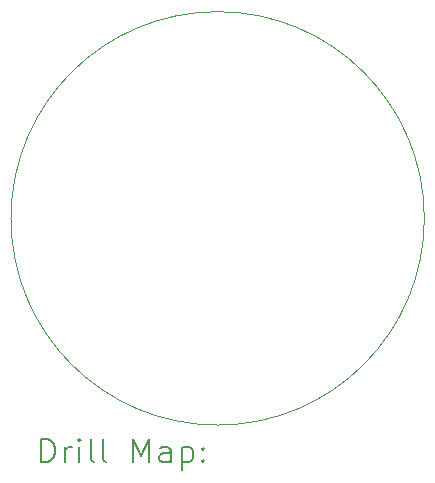
<source format=gbr>
%TF.GenerationSoftware,KiCad,Pcbnew,8.0.6*%
%TF.CreationDate,2024-12-07T20:29:37+01:00*%
%TF.ProjectId,circular PCB,63697263-756c-4617-9220-5043422e6b69,rev?*%
%TF.SameCoordinates,Original*%
%TF.FileFunction,Drillmap*%
%TF.FilePolarity,Positive*%
%FSLAX45Y45*%
G04 Gerber Fmt 4.5, Leading zero omitted, Abs format (unit mm)*
G04 Created by KiCad (PCBNEW 8.0.6) date 2024-12-07 20:29:37*
%MOMM*%
%LPD*%
G01*
G04 APERTURE LIST*
%ADD10C,0.100000*%
%ADD11C,0.200000*%
G04 APERTURE END LIST*
D10*
X20944000Y-6760000D02*
G75*
G02*
X17444000Y-6760000I-1750000J0D01*
G01*
X17444000Y-6760000D02*
G75*
G02*
X20944000Y-6760000I1750000J0D01*
G01*
D11*
X17699777Y-8826484D02*
X17699777Y-8626484D01*
X17699777Y-8626484D02*
X17747396Y-8626484D01*
X17747396Y-8626484D02*
X17775967Y-8636008D01*
X17775967Y-8636008D02*
X17795015Y-8655055D01*
X17795015Y-8655055D02*
X17804539Y-8674103D01*
X17804539Y-8674103D02*
X17814063Y-8712198D01*
X17814063Y-8712198D02*
X17814063Y-8740770D01*
X17814063Y-8740770D02*
X17804539Y-8778865D01*
X17804539Y-8778865D02*
X17795015Y-8797912D01*
X17795015Y-8797912D02*
X17775967Y-8816960D01*
X17775967Y-8816960D02*
X17747396Y-8826484D01*
X17747396Y-8826484D02*
X17699777Y-8826484D01*
X17899777Y-8826484D02*
X17899777Y-8693150D01*
X17899777Y-8731246D02*
X17909301Y-8712198D01*
X17909301Y-8712198D02*
X17918824Y-8702674D01*
X17918824Y-8702674D02*
X17937872Y-8693150D01*
X17937872Y-8693150D02*
X17956920Y-8693150D01*
X18023586Y-8826484D02*
X18023586Y-8693150D01*
X18023586Y-8626484D02*
X18014063Y-8636008D01*
X18014063Y-8636008D02*
X18023586Y-8645531D01*
X18023586Y-8645531D02*
X18033110Y-8636008D01*
X18033110Y-8636008D02*
X18023586Y-8626484D01*
X18023586Y-8626484D02*
X18023586Y-8645531D01*
X18147396Y-8826484D02*
X18128348Y-8816960D01*
X18128348Y-8816960D02*
X18118824Y-8797912D01*
X18118824Y-8797912D02*
X18118824Y-8626484D01*
X18252158Y-8826484D02*
X18233110Y-8816960D01*
X18233110Y-8816960D02*
X18223586Y-8797912D01*
X18223586Y-8797912D02*
X18223586Y-8626484D01*
X18480729Y-8826484D02*
X18480729Y-8626484D01*
X18480729Y-8626484D02*
X18547396Y-8769341D01*
X18547396Y-8769341D02*
X18614063Y-8626484D01*
X18614063Y-8626484D02*
X18614063Y-8826484D01*
X18795015Y-8826484D02*
X18795015Y-8721722D01*
X18795015Y-8721722D02*
X18785491Y-8702674D01*
X18785491Y-8702674D02*
X18766444Y-8693150D01*
X18766444Y-8693150D02*
X18728348Y-8693150D01*
X18728348Y-8693150D02*
X18709301Y-8702674D01*
X18795015Y-8816960D02*
X18775967Y-8826484D01*
X18775967Y-8826484D02*
X18728348Y-8826484D01*
X18728348Y-8826484D02*
X18709301Y-8816960D01*
X18709301Y-8816960D02*
X18699777Y-8797912D01*
X18699777Y-8797912D02*
X18699777Y-8778865D01*
X18699777Y-8778865D02*
X18709301Y-8759817D01*
X18709301Y-8759817D02*
X18728348Y-8750293D01*
X18728348Y-8750293D02*
X18775967Y-8750293D01*
X18775967Y-8750293D02*
X18795015Y-8740770D01*
X18890253Y-8693150D02*
X18890253Y-8893150D01*
X18890253Y-8702674D02*
X18909301Y-8693150D01*
X18909301Y-8693150D02*
X18947396Y-8693150D01*
X18947396Y-8693150D02*
X18966444Y-8702674D01*
X18966444Y-8702674D02*
X18975967Y-8712198D01*
X18975967Y-8712198D02*
X18985491Y-8731246D01*
X18985491Y-8731246D02*
X18985491Y-8788389D01*
X18985491Y-8788389D02*
X18975967Y-8807436D01*
X18975967Y-8807436D02*
X18966444Y-8816960D01*
X18966444Y-8816960D02*
X18947396Y-8826484D01*
X18947396Y-8826484D02*
X18909301Y-8826484D01*
X18909301Y-8826484D02*
X18890253Y-8816960D01*
X19071205Y-8807436D02*
X19080729Y-8816960D01*
X19080729Y-8816960D02*
X19071205Y-8826484D01*
X19071205Y-8826484D02*
X19061682Y-8816960D01*
X19061682Y-8816960D02*
X19071205Y-8807436D01*
X19071205Y-8807436D02*
X19071205Y-8826484D01*
X19071205Y-8702674D02*
X19080729Y-8712198D01*
X19080729Y-8712198D02*
X19071205Y-8721722D01*
X19071205Y-8721722D02*
X19061682Y-8712198D01*
X19061682Y-8712198D02*
X19071205Y-8702674D01*
X19071205Y-8702674D02*
X19071205Y-8721722D01*
M02*

</source>
